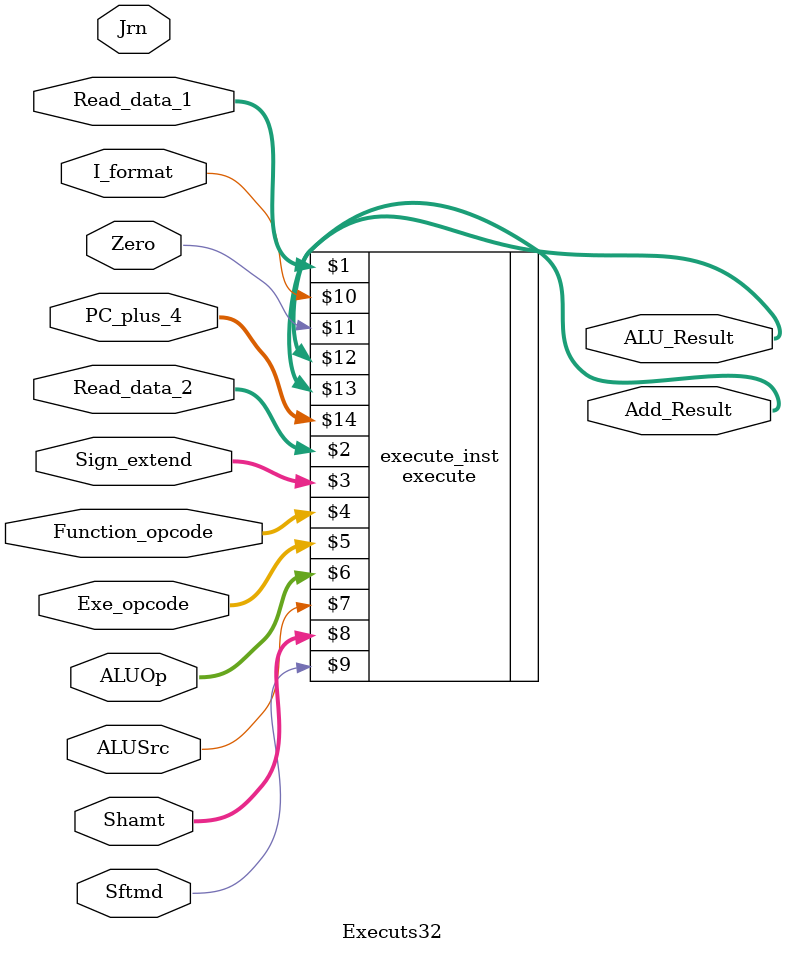
<source format=v>
module Executs32 (
    input[31:0]  Read_data_1,
    input[31:0]  Read_data_2,
    input[31:0]  Sign_extend,
    input[5:0]   Function_opcode,
    input[5:0]   Exe_opcode,
    input[1:0]   ALUOp,
    input[4:0]   Shamt,
    input        ALUSrc,
    input        I_format,
    input        Zero,
    input        Jrn,
    input        Sftmd,
    output[31:0] ALU_Result,
    output[31:0] Add_Result,
    input[31:0]  PC_plus_4
);

execute execute_inst(
    Read_data_1,
    Read_data_2,
    Sign_extend,
    Function_opcode,
    Exe_opcode,
    ALUOp,
    ALUSrc,
    Shamt,
    Sftmd,
    I_format,
    Zero,
    ALU_Result,
    Add_Result,
    PC_plus_4
);

endmodule
</source>
